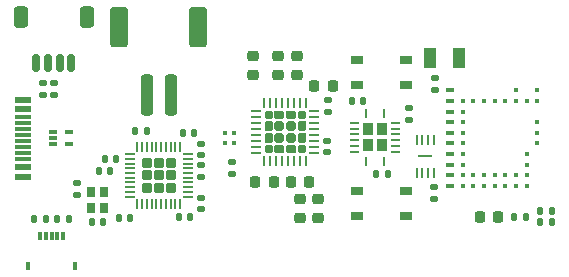
<source format=gbr>
%TF.GenerationSoftware,KiCad,Pcbnew,9.0.0-rc2-3baa6cd791~182~ubuntu24.04.1*%
%TF.CreationDate,2025-02-03T21:50:49-05:00*%
%TF.ProjectId,RoyalBlue54L-Feather,526f7961-6c42-46c7-9565-35344c2d4665,rev?*%
%TF.SameCoordinates,Original*%
%TF.FileFunction,Paste,Top*%
%TF.FilePolarity,Positive*%
%FSLAX46Y46*%
G04 Gerber Fmt 4.6, Leading zero omitted, Abs format (unit mm)*
G04 Created by KiCad (PCBNEW 9.0.0-rc2-3baa6cd791~182~ubuntu24.04.1) date 2025-02-03 21:50:49*
%MOMM*%
%LPD*%
G01*
G04 APERTURE LIST*
G04 Aperture macros list*
%AMRoundRect*
0 Rectangle with rounded corners*
0 $1 Rounding radius*
0 $2 $3 $4 $5 $6 $7 $8 $9 X,Y pos of 4 corners*
0 Add a 4 corners polygon primitive as box body*
4,1,4,$2,$3,$4,$5,$6,$7,$8,$9,$2,$3,0*
0 Add four circle primitives for the rounded corners*
1,1,$1+$1,$2,$3*
1,1,$1+$1,$4,$5*
1,1,$1+$1,$6,$7*
1,1,$1+$1,$8,$9*
0 Add four rect primitives between the rounded corners*
20,1,$1+$1,$2,$3,$4,$5,0*
20,1,$1+$1,$4,$5,$6,$7,0*
20,1,$1+$1,$6,$7,$8,$9,0*
20,1,$1+$1,$8,$9,$2,$3,0*%
%AMFreePoly0*
4,1,19,0.290204,0.301344,0.321117,0.247801,0.322490,0.232106,0.322490,-0.157228,0.301344,-0.215326,0.296017,-0.221139,0.221139,-0.296017,0.165105,-0.322146,0.157228,-0.322490,-0.232106,-0.322490,-0.290204,-0.301344,-0.321117,-0.247801,-0.322490,-0.232106,-0.322490,0.232106,-0.301344,0.290204,-0.247801,0.321117,-0.232106,0.322490,0.232106,0.322490,0.290204,0.301344,0.290204,0.301344,
$1*%
%AMFreePoly1*
4,1,21,0.231572,0.385173,0.236504,0.380653,0.300030,0.317127,0.322198,0.269587,0.322490,0.262904,0.322490,-0.262904,0.304550,-0.312195,0.300030,-0.317127,0.236504,-0.380653,0.188964,-0.402821,0.182281,-0.403113,-0.245807,-0.403113,-0.295098,-0.385173,-0.321325,-0.339746,-0.322490,-0.326430,-0.322490,0.326430,-0.304550,0.375721,-0.259123,0.401948,-0.245807,0.403113,0.182281,0.403113,
0.231572,0.385173,0.231572,0.385173,$1*%
%AMFreePoly2*
4,1,19,0.215326,0.301344,0.221139,0.296017,0.296017,0.221139,0.322146,0.165105,0.322490,0.157228,0.322490,-0.232106,0.301344,-0.290204,0.247801,-0.321117,0.232106,-0.322490,-0.232106,-0.322490,-0.290204,-0.301344,-0.321117,-0.247801,-0.322490,-0.232106,-0.322490,0.232106,-0.301344,0.290204,-0.247801,0.321117,-0.232106,0.322490,0.157228,0.322490,0.215326,0.301344,0.215326,0.301344,
$1*%
%AMFreePoly3*
4,1,21,0.375721,0.304550,0.401948,0.259123,0.403113,0.245807,0.403113,-0.182281,0.385173,-0.231572,0.380653,-0.236504,0.317127,-0.300030,0.269587,-0.322198,0.262904,-0.322490,-0.262904,-0.322490,-0.312195,-0.304550,-0.317127,-0.300030,-0.380653,-0.236504,-0.402821,-0.188964,-0.403113,-0.182281,-0.403113,0.245807,-0.385173,0.295098,-0.339746,0.321325,-0.326430,0.322490,0.326430,0.322490,
0.375721,0.304550,0.375721,0.304550,$1*%
%AMFreePoly4*
4,1,21,0.312195,0.304550,0.317127,0.300030,0.380653,0.236504,0.402821,0.188964,0.403113,0.182281,0.403113,-0.245807,0.385173,-0.295098,0.339746,-0.321325,0.326430,-0.322490,-0.326430,-0.322490,-0.375721,-0.304550,-0.401948,-0.259123,-0.403113,-0.245807,-0.403113,0.182281,-0.385173,0.231572,-0.380653,0.236504,-0.317127,0.300030,-0.269587,0.322198,-0.262904,0.322490,0.262904,0.322490,
0.312195,0.304550,0.312195,0.304550,$1*%
%AMFreePoly5*
4,1,19,0.290204,0.301344,0.321117,0.247801,0.322490,0.232106,0.322490,-0.232106,0.301344,-0.290204,0.247801,-0.321117,0.232106,-0.322490,-0.157228,-0.322490,-0.215326,-0.301344,-0.221139,-0.296017,-0.296017,-0.221139,-0.322146,-0.165105,-0.322490,-0.157228,-0.322490,0.232106,-0.301344,0.290204,-0.247801,0.321117,-0.232106,0.322490,0.232106,0.322490,0.290204,0.301344,0.290204,0.301344,
$1*%
%AMFreePoly6*
4,1,21,0.295098,0.385173,0.321325,0.339746,0.322490,0.326430,0.322490,-0.326430,0.304550,-0.375721,0.259123,-0.401948,0.245807,-0.403113,-0.182281,-0.403113,-0.231572,-0.385173,-0.236504,-0.380653,-0.300030,-0.317127,-0.322198,-0.269587,-0.322490,-0.262904,-0.322490,0.262904,-0.304550,0.312195,-0.300030,0.317127,-0.236504,0.380653,-0.188964,0.402821,-0.182281,0.403113,0.245807,0.403113,
0.295098,0.385173,0.295098,0.385173,$1*%
%AMFreePoly7*
4,1,19,0.290204,0.301344,0.321117,0.247801,0.322490,0.232106,0.322490,-0.232106,0.301344,-0.290204,0.247801,-0.321117,0.232106,-0.322490,-0.232106,-0.322490,-0.290204,-0.301344,-0.321117,-0.247801,-0.322490,-0.232106,-0.322490,0.157228,-0.301344,0.215326,-0.296017,0.221139,-0.221139,0.296017,-0.165105,0.322146,-0.157228,0.322490,0.232106,0.322490,0.290204,0.301344,0.290204,0.301344,
$1*%
%AMFreePoly8*
4,1,15,0.115000,-0.348505,0.112310,-0.355000,0.112310,-0.377340,0.095212,-0.418617,0.063617,-0.450212,0.022340,-0.467310,-0.022340,-0.467310,-0.063617,-0.450212,-0.095212,-0.418617,-0.112310,-0.377340,-0.112310,-0.355000,-0.115000,-0.348505,-0.115000,0.330000,0.115000,0.330000,0.115000,-0.348505,0.115000,-0.348505,$1*%
%AMFreePoly9*
4,1,15,0.355000,0.112310,0.377340,0.112310,0.418617,0.095212,0.450212,0.063617,0.467310,0.022340,0.467310,-0.022340,0.450212,-0.063617,0.418617,-0.095212,0.377340,-0.112310,0.355000,-0.112310,0.348505,-0.115000,-0.330000,-0.115000,-0.330000,0.115000,0.348505,0.115000,0.355000,0.112310,0.355000,0.112310,$1*%
%AMFreePoly10*
4,1,15,0.063617,0.450212,0.095212,0.418617,0.112310,0.377340,0.112310,0.355000,0.115000,0.348505,0.115000,-0.330000,-0.115000,-0.330000,-0.115000,0.348505,-0.112310,0.355000,-0.112310,0.377340,-0.095212,0.418617,-0.063617,0.450212,-0.022340,0.467310,0.022340,0.467310,0.063617,0.450212,0.063617,0.450212,$1*%
%AMFreePoly11*
4,1,16,0.330000,-0.115000,-0.330000,-0.115000,-0.348505,-0.115000,-0.355000,-0.112310,-0.377340,-0.112310,-0.418617,-0.095212,-0.450212,-0.063617,-0.467310,-0.022340,-0.467310,0.022340,-0.450212,0.063617,-0.418617,0.095212,-0.377340,0.112310,-0.355000,0.112310,-0.348505,0.115000,0.330000,0.115000,0.330000,-0.115000,0.330000,-0.115000,$1*%
%AMFreePoly12*
4,1,25,0.301737,0.444662,0.322810,0.427681,0.427681,0.322810,0.461865,0.260206,0.464758,0.233297,0.464758,-0.233297,0.444662,-0.301737,0.427681,-0.322810,0.322810,-0.427681,0.260206,-0.461865,0.233297,-0.464758,-0.233297,-0.464758,-0.301737,-0.444662,-0.322810,-0.427681,-0.427681,-0.322810,-0.461865,-0.260206,-0.464758,-0.233297,-0.464758,0.233297,-0.444662,0.301737,-0.427681,0.322810,
-0.322810,0.427681,-0.260206,0.461865,-0.233297,0.464758,0.233297,0.464758,0.301737,0.444662,0.301737,0.444662,$1*%
G04 Aperture macros list end*
%ADD10RoundRect,0.140000X-0.140000X-0.170000X0.140000X-0.170000X0.140000X0.170000X-0.140000X0.170000X0*%
%ADD11RoundRect,0.135000X0.135000X0.185000X-0.135000X0.185000X-0.135000X-0.185000X0.135000X-0.185000X0*%
%ADD12RoundRect,0.250000X0.250000X1.500000X-0.250000X1.500000X-0.250000X-1.500000X0.250000X-1.500000X0*%
%ADD13RoundRect,0.250001X0.499999X1.449999X-0.499999X1.449999X-0.499999X-1.449999X0.499999X-1.449999X0*%
%ADD14C,0.400000*%
%ADD15R,0.500000X0.400000*%
%ADD16RoundRect,0.135000X-0.135000X-0.185000X0.135000X-0.185000X0.135000X0.185000X-0.135000X0.185000X0*%
%ADD17RoundRect,0.140000X-0.170000X0.140000X-0.170000X-0.140000X0.170000X-0.140000X0.170000X0.140000X0*%
%ADD18RoundRect,0.100000X-0.100000X-0.100000X0.100000X-0.100000X0.100000X0.100000X-0.100000X0.100000X0*%
%ADD19FreePoly0,90.000000*%
%ADD20FreePoly1,90.000000*%
%ADD21FreePoly2,90.000000*%
%ADD22FreePoly3,90.000000*%
%ADD23RoundRect,0.201557X0.201556X-0.201556X0.201556X0.201556X-0.201556X0.201556X-0.201556X-0.201556X0*%
%ADD24FreePoly4,90.000000*%
%ADD25FreePoly5,90.000000*%
%ADD26FreePoly6,90.000000*%
%ADD27FreePoly7,90.000000*%
%ADD28RoundRect,0.062500X0.062500X-0.337500X0.062500X0.337500X-0.062500X0.337500X-0.062500X-0.337500X0*%
%ADD29RoundRect,0.062500X0.337500X-0.062500X0.337500X0.062500X-0.337500X0.062500X-0.337500X-0.062500X0*%
%ADD30RoundRect,0.135000X0.185000X-0.135000X0.185000X0.135000X-0.185000X0.135000X-0.185000X-0.135000X0*%
%ADD31RoundRect,0.140000X0.170000X-0.140000X0.170000X0.140000X-0.170000X0.140000X-0.170000X-0.140000X0*%
%ADD32R,1.450000X0.600000*%
%ADD33R,1.450000X0.300000*%
%ADD34RoundRect,0.040000X-0.605000X0.040000X-0.605000X-0.040000X0.605000X-0.040000X0.605000X0.040000X0*%
%ADD35RoundRect,0.062500X-0.062500X0.387500X-0.062500X-0.387500X0.062500X-0.387500X0.062500X0.387500X0*%
%ADD36RoundRect,0.225000X0.250000X-0.225000X0.250000X0.225000X-0.250000X0.225000X-0.250000X-0.225000X0*%
%ADD37R,0.800000X0.900000*%
%ADD38RoundRect,0.140000X0.140000X0.170000X-0.140000X0.170000X-0.140000X-0.170000X0.140000X-0.170000X0*%
%ADD39RoundRect,0.135000X-0.185000X0.135000X-0.185000X-0.135000X0.185000X-0.135000X0.185000X0.135000X0*%
%ADD40RoundRect,0.218750X0.218750X0.256250X-0.218750X0.256250X-0.218750X-0.256250X0.218750X-0.256250X0*%
%ADD41R,1.050000X0.650000*%
%ADD42R,0.820000X1.070000*%
%ADD43FreePoly8,0.000000*%
%ADD44FreePoly9,0.000000*%
%ADD45FreePoly10,0.000000*%
%ADD46FreePoly11,0.000000*%
%ADD47RoundRect,0.225000X-0.225000X-0.250000X0.225000X-0.250000X0.225000X0.250000X-0.225000X0.250000X0*%
%ADD48R,1.000000X1.800000*%
%ADD49R,0.300000X0.800000*%
%ADD50R,0.400000X0.800000*%
%ADD51RoundRect,0.087500X-0.250000X-0.087500X0.250000X-0.087500X0.250000X0.087500X-0.250000X0.087500X0*%
%ADD52RoundRect,0.218750X0.256250X-0.218750X0.256250X0.218750X-0.256250X0.218750X-0.256250X-0.218750X0*%
%ADD53RoundRect,0.150000X0.150000X0.625000X-0.150000X0.625000X-0.150000X-0.625000X0.150000X-0.625000X0*%
%ADD54RoundRect,0.250000X0.350000X0.650000X-0.350000X0.650000X-0.350000X-0.650000X0.350000X-0.650000X0*%
%ADD55RoundRect,0.225000X0.225000X0.250000X-0.225000X0.250000X-0.225000X-0.250000X0.225000X-0.250000X0*%
%ADD56FreePoly12,180.000000*%
%ADD57RoundRect,0.062500X0.350000X0.062500X-0.350000X0.062500X-0.350000X-0.062500X0.350000X-0.062500X0*%
%ADD58RoundRect,0.062500X0.062500X0.350000X-0.062500X0.350000X-0.062500X-0.350000X0.062500X-0.350000X0*%
G04 APERTURE END LIST*
D10*
%TO.C,C25*%
X100170000Y-41280000D03*
X101130000Y-41280000D03*
%TD*%
D11*
%TO.C,R5*%
X117150000Y-51540000D03*
X116130000Y-51540000D03*
%TD*%
D12*
%TO.C,J4*%
X84820000Y-40778000D03*
X82820000Y-40778000D03*
D13*
X87170000Y-35028000D03*
X80470000Y-35028000D03*
%TD*%
D14*
%TO.C,U1*%
X115860000Y-40400000D03*
X114060000Y-40400000D03*
X108660000Y-40400000D03*
D15*
X108410000Y-40400000D03*
D14*
X115860000Y-41300000D03*
X114960000Y-41300000D03*
X114060000Y-41300000D03*
X113160000Y-41300000D03*
X112260000Y-41300000D03*
X111360000Y-41300000D03*
X110460000Y-41300000D03*
X109560000Y-41300000D03*
X108660000Y-41300000D03*
D15*
X108410000Y-41300000D03*
D14*
X109560000Y-42200000D03*
X108660000Y-42200000D03*
D15*
X108410000Y-42200000D03*
D14*
X115860000Y-43100000D03*
X109560000Y-43100000D03*
X108660000Y-43100000D03*
D15*
X108410000Y-43100000D03*
D14*
X115860000Y-44000000D03*
X109560000Y-44000000D03*
X108660000Y-44000000D03*
D15*
X108410000Y-44000000D03*
D14*
X115860000Y-44900000D03*
X109560000Y-44900000D03*
X108660000Y-44900000D03*
D15*
X108410000Y-44900000D03*
D14*
X114960000Y-45800000D03*
X109560000Y-45800000D03*
X108660000Y-45800000D03*
D15*
X108410000Y-45800000D03*
D14*
X114960000Y-46700000D03*
X109560000Y-46700000D03*
X108660000Y-46700000D03*
D15*
X108410000Y-46700000D03*
D14*
X114960000Y-47600000D03*
X114060000Y-47600000D03*
X113160000Y-47600000D03*
X112260000Y-47600000D03*
X111360000Y-47600000D03*
X110460000Y-47600000D03*
X109560000Y-47600000D03*
X108660000Y-47600000D03*
D15*
X108410000Y-47600000D03*
D14*
X114960000Y-48500000D03*
X114060000Y-48500000D03*
X113160000Y-48500000D03*
X112260000Y-48500000D03*
X111360000Y-48500000D03*
X110460000Y-48500000D03*
X109560000Y-48500000D03*
X108660000Y-48500000D03*
D15*
X108410000Y-48500000D03*
%TD*%
D16*
%TO.C,R6*%
X113880000Y-51120000D03*
X114900000Y-51120000D03*
%TD*%
D17*
%TO.C,C10*%
X87380000Y-46750000D03*
X87380000Y-47710000D03*
%TD*%
D11*
%TO.C,R7*%
X117150000Y-50600000D03*
X116130000Y-50600000D03*
%TD*%
D18*
%TO.C,D3*%
X89420000Y-44050000D03*
X90220000Y-44050000D03*
X90220000Y-44850000D03*
X89420000Y-44850000D03*
%TD*%
D19*
%TO.C,U2*%
X93120000Y-45330000D03*
D20*
X94020000Y-45330000D03*
X95020000Y-45330000D03*
D21*
X95920000Y-45330000D03*
D22*
X93120000Y-44430000D03*
D23*
X94020000Y-44430000D03*
X95020000Y-44430000D03*
D24*
X95920000Y-44430000D03*
D22*
X93120000Y-43430000D03*
D23*
X94020000Y-43430000D03*
X95020000Y-43430000D03*
D24*
X95920000Y-43430000D03*
D25*
X93120000Y-42530000D03*
D26*
X94020000Y-42530000D03*
X95020000Y-42530000D03*
D27*
X95920000Y-42530000D03*
D28*
X92770000Y-46380000D03*
X93270000Y-46380000D03*
X93770000Y-46380000D03*
X94270000Y-46380000D03*
X94770000Y-46380000D03*
X95270000Y-46380000D03*
X95770000Y-46380000D03*
X96270000Y-46380000D03*
D29*
X96970000Y-45680000D03*
X96970000Y-45180000D03*
X96970000Y-44680000D03*
X96970000Y-44180000D03*
X96970000Y-43680000D03*
X96970000Y-43180000D03*
X96970000Y-42680000D03*
X96970000Y-42180000D03*
D28*
X96270000Y-41480000D03*
X95770000Y-41480000D03*
X95270000Y-41480000D03*
X94770000Y-41480000D03*
X94270000Y-41480000D03*
X93770000Y-41480000D03*
X93270000Y-41480000D03*
X92770000Y-41480000D03*
D29*
X92070000Y-42180000D03*
X92070000Y-42680000D03*
X92070000Y-43180000D03*
X92070000Y-43680000D03*
X92070000Y-44180000D03*
X92070000Y-44680000D03*
X92070000Y-45180000D03*
X92070000Y-45680000D03*
%TD*%
D10*
%TO.C,C23*%
X85860000Y-44040000D03*
X86820000Y-44040000D03*
%TD*%
D30*
%TO.C,R2*%
X74043416Y-40825058D03*
X74043416Y-39805058D03*
%TD*%
D31*
%TO.C,C24*%
X105000000Y-42890000D03*
X105000000Y-41930000D03*
%TD*%
D17*
%TO.C,C19*%
X87380000Y-49520000D03*
X87380000Y-50480000D03*
%TD*%
%TO.C,C1*%
X98080000Y-44680000D03*
X98080000Y-45640000D03*
%TD*%
D32*
%TO.C,J3*%
X72345000Y-41200000D03*
X72345000Y-42000000D03*
D33*
X72345000Y-43200000D03*
X72345000Y-44200000D03*
X72345000Y-44700000D03*
X72345000Y-45700000D03*
D32*
X72345000Y-46900000D03*
X72345000Y-47700000D03*
X72345000Y-47700000D03*
X72345000Y-46900000D03*
D33*
X72345000Y-46200000D03*
X72345000Y-45200000D03*
X72345000Y-43700000D03*
X72345000Y-42700000D03*
D32*
X72345000Y-42000000D03*
X72345000Y-41200000D03*
%TD*%
D17*
%TO.C,C18*%
X76870000Y-48290000D03*
X76870000Y-49250000D03*
%TD*%
D34*
%TO.C,U4*%
X106400000Y-46000000D03*
D35*
X107150000Y-44575000D03*
X106650000Y-44575000D03*
X106150000Y-44575000D03*
X105650000Y-44575000D03*
X105650000Y-47425000D03*
X106150000Y-47425000D03*
X106650000Y-47425000D03*
X107150000Y-47425000D03*
%TD*%
D36*
%TO.C,C4*%
X95520000Y-39065000D03*
X95520000Y-37515000D03*
%TD*%
D37*
%TO.C,Y2*%
X78080000Y-48970000D03*
X78080000Y-50370000D03*
X79180000Y-50370000D03*
X79180000Y-48970000D03*
%TD*%
D38*
%TO.C,C16*%
X81380000Y-51180000D03*
X80420000Y-51180000D03*
%TD*%
%TO.C,C22*%
X80200000Y-46250000D03*
X79240000Y-46250000D03*
%TD*%
D31*
%TO.C,C9*%
X107200000Y-40340000D03*
X107200000Y-39380000D03*
%TD*%
D36*
%TO.C,C6*%
X91820000Y-39065000D03*
X91820000Y-37515000D03*
%TD*%
D39*
%TO.C,R8*%
X90050000Y-46480000D03*
X90050000Y-47500000D03*
%TD*%
D40*
%TO.C,D1*%
X112577500Y-51120000D03*
X111002500Y-51120000D03*
%TD*%
D10*
%TO.C,C13*%
X75250000Y-51325000D03*
X76210000Y-51325000D03*
%TD*%
D41*
%TO.C,SW1*%
X104775000Y-51075000D03*
X100625000Y-51075000D03*
X104775000Y-48925000D03*
X100650000Y-48925000D03*
%TD*%
D42*
%TO.C,U6*%
X101580000Y-43705000D03*
X101580000Y-45075000D03*
X102700000Y-43705000D03*
X102700000Y-45075000D03*
D43*
X101390000Y-42345000D03*
D44*
X100345000Y-43140000D03*
X100345000Y-43640000D03*
X100345000Y-44140000D03*
X100345000Y-44640000D03*
X100345000Y-45140000D03*
X100345000Y-45640000D03*
D45*
X101390000Y-46435000D03*
X102890000Y-46435000D03*
D46*
X103935000Y-45640000D03*
X103935000Y-45140000D03*
X103935000Y-44640000D03*
X103935000Y-44140000D03*
X103935000Y-43640000D03*
X103935000Y-43140000D03*
D43*
X102890000Y-42345000D03*
%TD*%
D30*
%TO.C,R4*%
X98140000Y-42270000D03*
X98140000Y-41250000D03*
%TD*%
D47*
%TO.C,C11*%
X96985000Y-40060000D03*
X98535000Y-40060000D03*
%TD*%
D48*
%TO.C,Y1*%
X106780000Y-37700000D03*
X109280000Y-37700000D03*
%TD*%
D41*
%TO.C,SW2*%
X104775000Y-39975000D03*
X100625000Y-39975000D03*
X104775000Y-37825000D03*
X100650000Y-37825000D03*
%TD*%
D49*
%TO.C,J6*%
X73750000Y-52750000D03*
X74250000Y-52750000D03*
X74750000Y-52750000D03*
X75250000Y-52750000D03*
X75750000Y-52750000D03*
D50*
X72750000Y-55250000D03*
X76750000Y-55250000D03*
%TD*%
D36*
%TO.C,C8*%
X97310000Y-51175000D03*
X97310000Y-49625000D03*
%TD*%
D47*
%TO.C,C2*%
X95025000Y-48140000D03*
X96575000Y-48140000D03*
%TD*%
D30*
%TO.C,R3*%
X74983416Y-40825058D03*
X74983416Y-39805058D03*
%TD*%
D10*
%TO.C,C15*%
X85530000Y-51160000D03*
X86490000Y-51160000D03*
%TD*%
D51*
%TO.C,U3*%
X74837500Y-43942500D03*
X74837500Y-44442500D03*
X74837500Y-44942500D03*
X76262500Y-44942500D03*
X76262500Y-43942500D03*
%TD*%
D52*
%TO.C,L1*%
X95800000Y-51187500D03*
X95800000Y-49612500D03*
%TD*%
D38*
%TO.C,C14*%
X74250000Y-51325000D03*
X73290000Y-51325000D03*
%TD*%
D36*
%TO.C,C5*%
X93950000Y-39065000D03*
X93950000Y-37515000D03*
%TD*%
D31*
%TO.C,C7*%
X87380000Y-45890000D03*
X87380000Y-44930000D03*
%TD*%
D16*
%TO.C,R1*%
X102190000Y-47510000D03*
X103210000Y-47510000D03*
%TD*%
D38*
%TO.C,C21*%
X79720000Y-47210000D03*
X78760000Y-47210000D03*
%TD*%
D53*
%TO.C,J5*%
X76430000Y-38103000D03*
X75430000Y-38103000D03*
X74430000Y-38103000D03*
X73430000Y-38103000D03*
D54*
X77730000Y-34228000D03*
X72130000Y-34228000D03*
%TD*%
D55*
%TO.C,C3*%
X93555000Y-48140000D03*
X92005000Y-48140000D03*
%TD*%
D38*
%TO.C,C17*%
X82810000Y-43870000D03*
X81850000Y-43870000D03*
%TD*%
D56*
%TO.C,U5*%
X84853333Y-48633333D03*
X84853333Y-47600000D03*
X84853333Y-46566667D03*
X83820000Y-48633333D03*
X83820000Y-47600000D03*
X83820000Y-46566667D03*
X82786667Y-48633333D03*
X82786667Y-47600000D03*
X82786667Y-46566667D03*
D57*
X86257500Y-49400000D03*
X86257500Y-49000000D03*
X86257500Y-48600000D03*
X86257500Y-48200000D03*
X86257500Y-47800000D03*
X86257500Y-47400000D03*
X86257500Y-47000000D03*
X86257500Y-46600000D03*
X86257500Y-46200000D03*
X86257500Y-45800000D03*
D58*
X85620000Y-45162500D03*
X85220000Y-45162500D03*
X84820000Y-45162500D03*
X84420000Y-45162500D03*
X84020000Y-45162500D03*
X83620000Y-45162500D03*
X83220000Y-45162500D03*
X82820000Y-45162500D03*
X82420000Y-45162500D03*
X82020000Y-45162500D03*
D57*
X81382500Y-45800000D03*
X81382500Y-46200000D03*
X81382500Y-46600000D03*
X81382500Y-47000000D03*
X81382500Y-47400000D03*
X81382500Y-47800000D03*
X81382500Y-48200000D03*
X81382500Y-48600000D03*
X81382500Y-49000000D03*
X81382500Y-49400000D03*
D58*
X82020000Y-50037500D03*
X82420000Y-50037500D03*
X82820000Y-50037500D03*
X83220000Y-50037500D03*
X83620000Y-50037500D03*
X84020000Y-50037500D03*
X84420000Y-50037500D03*
X84820000Y-50037500D03*
X85220000Y-50037500D03*
X85620000Y-50037500D03*
%TD*%
D17*
%TO.C,C12*%
X107150000Y-48610000D03*
X107150000Y-49570000D03*
%TD*%
D10*
%TO.C,C20*%
X78150000Y-51530000D03*
X79110000Y-51530000D03*
%TD*%
M02*

</source>
